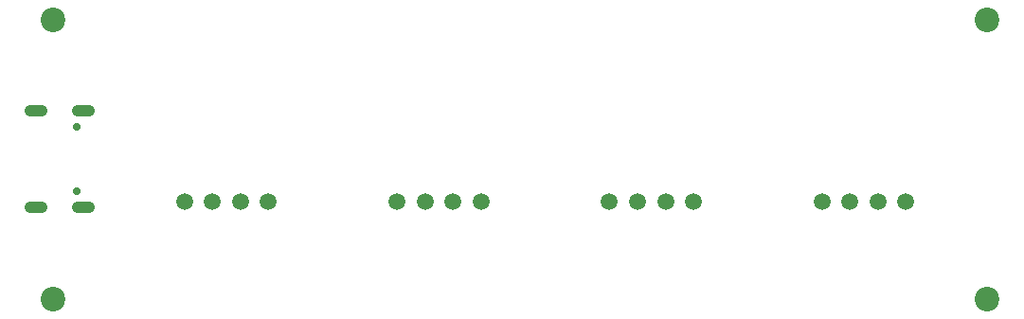
<source format=gbr>
G04 #@! TF.GenerationSoftware,KiCad,Pcbnew,(6.0.7)*
G04 #@! TF.CreationDate,2023-03-12T22:24:00+09:00*
G04 #@! TF.ProjectId,flowing_dongle,666c6f77-696e-4675-9f64-6f6e676c652e,rev?*
G04 #@! TF.SameCoordinates,Original*
G04 #@! TF.FileFunction,Soldermask,Bot*
G04 #@! TF.FilePolarity,Negative*
%FSLAX46Y46*%
G04 Gerber Fmt 4.6, Leading zero omitted, Abs format (unit mm)*
G04 Created by KiCad (PCBNEW (6.0.7)) date 2023-03-12 22:24:00*
%MOMM*%
%LPD*%
G01*
G04 APERTURE LIST*
%ADD10C,2.200000*%
%ADD11C,0.700000*%
%ADD12O,2.100000X1.050000*%
%ADD13C,1.500000*%
G04 APERTURE END LIST*
D10*
X98500000Y-81000000D03*
X98500000Y-81000000D03*
D11*
X100650000Y-90610000D03*
X100650000Y-96390000D03*
D12*
X101180000Y-89180000D03*
X101180000Y-97820000D03*
X97000000Y-89180000D03*
X97000000Y-97820000D03*
D10*
X98500000Y-106000000D03*
X182000000Y-106000000D03*
X182000000Y-81000000D03*
D13*
X153250000Y-97250000D03*
X172250000Y-97250000D03*
X167250000Y-97250000D03*
X148250000Y-97250000D03*
X136750000Y-97250000D03*
X110250000Y-97250000D03*
X174750000Y-97250000D03*
X131750000Y-97250000D03*
X169750000Y-97250000D03*
X112750000Y-97250000D03*
X150750000Y-97250000D03*
X117750000Y-97250000D03*
X155750000Y-97250000D03*
X134250000Y-97250000D03*
X129250000Y-97250000D03*
X115250000Y-97250000D03*
M02*

</source>
